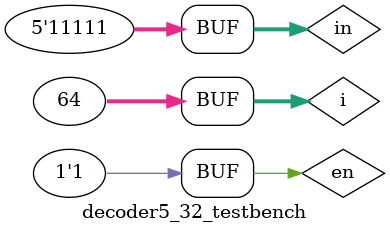
<source format=sv>
`timescale 1ns/10ps

module decoder5_32(en, in, out);
	output logic [31:0] out;
	input logic [4:0] in;
	input logic en;
	
	logic [3:0] wires;
	
	//built 5:32 decoder from 1 2:4 and 4 3:8 decoders
	//use same hierarchy ideas as other smaller decoders
	
	decoder2_4 d0 (.en(en), .in(in[4:3]), .out(wires));
	
	decoder3_8 d1 (.en(wires[0]), .in(in[2:0]), .out(out[7:0]));
	decoder3_8 d2 (.en(wires[1]), .in(in[2:0]), .out(out[15:8]));
	decoder3_8 d3 (.en(wires[2]), .in(in[2:0]), .out(out[23:16]));
	decoder3_8 d4 (.en(wires[3]), .in(in[2:0]), .out(out[31:24]));
endmodule

module decoder5_32_testbench();
	logic [31:0] out;
	logic [4:0] in;
	logic en;
	
	decoder5_32 dut(.en, .in, .out);
	
	integer i;
	initial begin
		for (i = 0; i < 2**6; i++) begin
			{en, in} = i; #10;
		end
	end
endmodule

</source>
